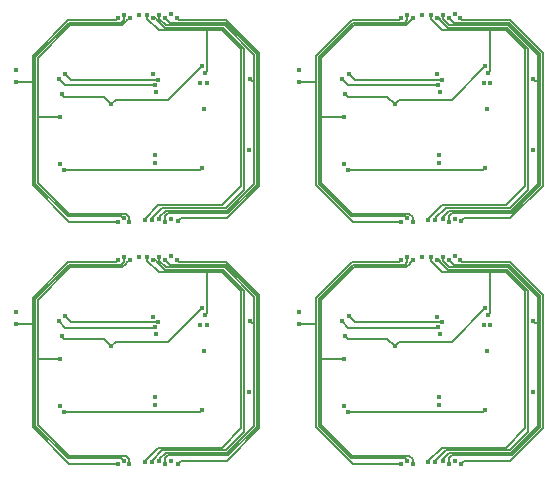
<source format=gbr>
%TF.GenerationSoftware,KiCad,Pcbnew,7.0.2-6a45011f42~172~ubuntu22.04.1*%
%TF.CreationDate,2023-05-19T13:44:39+01:00*%
%TF.ProjectId,panel,70616e65-6c2e-46b6-9963-61645f706362,rev?*%
%TF.SameCoordinates,Original*%
%TF.FileFunction,Copper,L3,Inr*%
%TF.FilePolarity,Positive*%
%FSLAX46Y46*%
G04 Gerber Fmt 4.6, Leading zero omitted, Abs format (unit mm)*
G04 Created by KiCad (PCBNEW 7.0.2-6a45011f42~172~ubuntu22.04.1) date 2023-05-19 13:44:39*
%MOMM*%
%LPD*%
G01*
G04 APERTURE LIST*
%TA.AperFunction,ViaPad*%
%ADD10C,0.400000*%
%TD*%
%TA.AperFunction,Conductor*%
%ADD11C,0.127000*%
%TD*%
G04 APERTURE END LIST*
D10*
%TO.N,Board_3-SCLK*%
X43250002Y-31760001D03*
X43130002Y-48840001D03*
%TO.N,Board_3-RESETB*%
X35360003Y-40150000D03*
X41250002Y-31750001D03*
X41227587Y-49009992D03*
%TO.N,Board_3-IN_ref*%
X43510002Y-38040001D03*
X43420002Y-43370001D03*
%TO.N,Board_3-IN5*%
X43350002Y-37480001D03*
X35220002Y-36960001D03*
%TO.N,Board_3-IN4*%
X35810002Y-36500001D03*
X43660002Y-36990001D03*
%TO.N,Board_3-IN3*%
X43260002Y-36560001D03*
%TO.N,Board_3-IN2*%
X47210002Y-37300001D03*
%TO.N,Board_3-IN1*%
X47790002Y-37310001D03*
%TO.N,Board_3-I2C_SDA*%
X31600003Y-37160000D03*
X40259932Y-49020245D03*
X40250002Y-31760001D03*
%TO.N,Board_3-I2C_SCL*%
X40740003Y-48750000D03*
X40739429Y-31510002D03*
%TO.N,Board_3-GND*%
X44750002Y-31430001D03*
X31590003Y-36140000D03*
X47510001Y-39500000D03*
X42020003Y-31520000D03*
X43420002Y-44040001D03*
X51380002Y-42960001D03*
X44750002Y-48784597D03*
X35360003Y-44100000D03*
%TO.N,Board_3-D_RDYB*%
X47341893Y-44488892D03*
X35690002Y-44640001D03*
%TO.N,Board_3-DOUT*%
X45250002Y-31760001D03*
X45340002Y-49000001D03*
%TO.N,Board_3-DIN*%
X44240002Y-49060001D03*
X44250002Y-31760001D03*
%TO.N,Board_3-AUX2*%
X43740002Y-48755223D03*
X43750002Y-31520001D03*
X51420002Y-36970001D03*
%TO.N,Board_3-AUX1*%
X42750002Y-31510001D03*
X42530002Y-48850001D03*
X47620002Y-36460001D03*
%TO.N,Board_3-+3.3V*%
X35500003Y-38230000D03*
X47370002Y-35840001D03*
X39692698Y-39068384D03*
%TO.N,Board_2-SCLK*%
X19130001Y-48840001D03*
X19250001Y-31760001D03*
%TO.N,Board_2-RESETB*%
X17227586Y-49009992D03*
X11360002Y-40150000D03*
X17250001Y-31750001D03*
%TO.N,Board_2-IN_ref*%
X19510001Y-38040001D03*
X19420001Y-43370001D03*
%TO.N,Board_2-IN5*%
X19350001Y-37480001D03*
X11220001Y-36960001D03*
%TO.N,Board_2-IN4*%
X11810001Y-36500001D03*
X19660001Y-36990001D03*
%TO.N,Board_2-IN3*%
X19260001Y-36560001D03*
%TO.N,Board_2-IN2*%
X23210001Y-37300001D03*
%TO.N,Board_2-IN1*%
X23790001Y-37310001D03*
%TO.N,Board_2-I2C_SDA*%
X7600002Y-37160000D03*
X16250001Y-31760001D03*
X16259931Y-49020245D03*
%TO.N,Board_2-I2C_SCL*%
X16739428Y-31510002D03*
X16740002Y-48750000D03*
%TO.N,Board_2-GND*%
X19420001Y-44040001D03*
X23510000Y-39500000D03*
X27380001Y-42960001D03*
X18020002Y-31520000D03*
X11360002Y-44100000D03*
X7590002Y-36140000D03*
X20750001Y-31430001D03*
X20750001Y-48784597D03*
%TO.N,Board_2-D_RDYB*%
X11690001Y-44640001D03*
X23341892Y-44488892D03*
%TO.N,Board_2-DOUT*%
X21340001Y-49000001D03*
X21250001Y-31760001D03*
%TO.N,Board_2-DIN*%
X20250001Y-31760001D03*
X20240001Y-49060001D03*
%TO.N,Board_2-AUX2*%
X19750001Y-31520001D03*
X27420001Y-36970001D03*
X19740001Y-48755223D03*
%TO.N,Board_2-AUX1*%
X18530001Y-48850001D03*
X18750001Y-31510001D03*
X23620001Y-36460001D03*
%TO.N,Board_2-+3.3V*%
X15692697Y-39068384D03*
X11500002Y-38230000D03*
X23370001Y-35840001D03*
%TO.N,Board_1-SCLK*%
X43250002Y-11260000D03*
X43130002Y-28340000D03*
%TO.N,Board_1-RESETB*%
X35360003Y-19649999D03*
X41227587Y-28509991D03*
X41250002Y-11250000D03*
%TO.N,Board_1-IN_ref*%
X43510002Y-17540000D03*
X43420002Y-22870000D03*
%TO.N,Board_1-IN5*%
X35220002Y-16460000D03*
X43350002Y-16980000D03*
%TO.N,Board_1-IN4*%
X35810002Y-16000000D03*
X43660002Y-16490000D03*
%TO.N,Board_1-IN3*%
X43260002Y-16060000D03*
%TO.N,Board_1-IN2*%
X47210002Y-16800000D03*
%TO.N,Board_1-IN1*%
X47790002Y-16810000D03*
%TO.N,Board_1-I2C_SDA*%
X31600003Y-16659999D03*
X40250002Y-11260000D03*
X40259932Y-28520244D03*
%TO.N,Board_1-I2C_SCL*%
X40739429Y-11010001D03*
X40740003Y-28249999D03*
%TO.N,Board_1-GND*%
X31590003Y-15639999D03*
X47510001Y-18999999D03*
X35360003Y-23599999D03*
X44750002Y-28284596D03*
X42020003Y-11019999D03*
X43420002Y-23540000D03*
X44750002Y-10930000D03*
X51380002Y-22460000D03*
%TO.N,Board_1-D_RDYB*%
X47341893Y-23988891D03*
X35690002Y-24140000D03*
%TO.N,Board_1-DOUT*%
X45340002Y-28500000D03*
X45250002Y-11260000D03*
%TO.N,Board_1-DIN*%
X44240002Y-28560000D03*
X44250002Y-11260000D03*
%TO.N,Board_1-AUX2*%
X43750002Y-11020000D03*
X43740002Y-28255222D03*
X51420002Y-16470000D03*
%TO.N,Board_1-AUX1*%
X47620002Y-15960000D03*
X42530002Y-28350000D03*
X42750002Y-11010000D03*
%TO.N,Board_1-+3.3V*%
X39692698Y-18568383D03*
X35500003Y-17729999D03*
X47370002Y-15340000D03*
%TO.N,Board_0-SCLK*%
X19130001Y-28340000D03*
X19250001Y-11260000D03*
%TO.N,Board_0-RESETB*%
X17250001Y-11250000D03*
X17227586Y-28509991D03*
X11360002Y-19649999D03*
%TO.N,Board_0-IN_ref*%
X19420001Y-22870000D03*
X19510001Y-17540000D03*
%TO.N,Board_0-IN5*%
X11220001Y-16460000D03*
X19350001Y-16980000D03*
%TO.N,Board_0-IN4*%
X19660001Y-16490000D03*
X11810001Y-16000000D03*
%TO.N,Board_0-IN3*%
X19260001Y-16060000D03*
%TO.N,Board_0-IN2*%
X23210001Y-16800000D03*
%TO.N,Board_0-IN1*%
X23790001Y-16810000D03*
%TO.N,Board_0-I2C_SDA*%
X16259931Y-28520244D03*
X7600002Y-16659999D03*
X16250001Y-11260000D03*
%TO.N,Board_0-I2C_SCL*%
X16739428Y-11010001D03*
X16740002Y-28249999D03*
%TO.N,Board_0-GND*%
X7590002Y-15639999D03*
X18020002Y-11019999D03*
X20750001Y-28284596D03*
X11360002Y-23599999D03*
X20750001Y-10930000D03*
X23510000Y-18999999D03*
X27380001Y-22460000D03*
X19420001Y-23540000D03*
%TO.N,Board_0-D_RDYB*%
X11690001Y-24140000D03*
X23341892Y-23988891D03*
%TO.N,Board_0-DOUT*%
X21340001Y-28500000D03*
X21250001Y-11260000D03*
%TO.N,Board_0-DIN*%
X20240001Y-28560000D03*
X20250001Y-11260000D03*
%TO.N,Board_0-AUX2*%
X27420001Y-16470000D03*
X19750001Y-11020000D03*
X19740001Y-28255222D03*
%TO.N,Board_0-AUX1*%
X18530001Y-28350000D03*
X23620001Y-15960000D03*
X18750001Y-11010000D03*
%TO.N,Board_0-+3.3V*%
X23370001Y-15340000D03*
X11500002Y-17729999D03*
X15692697Y-18568383D03*
%TD*%
D11*
%TO.N,Board_3-SCLK*%
X50942610Y-46272608D02*
X50942610Y-34363261D01*
X50942610Y-34363261D02*
X49186850Y-32607501D01*
X44014002Y-47866001D02*
X49413350Y-47866001D01*
X50950003Y-46280001D02*
X50942610Y-46272608D01*
X43130002Y-48750001D02*
X44014002Y-47866001D01*
X43533002Y-31887779D02*
X43405224Y-31760001D01*
X44205840Y-32607501D02*
X43533002Y-31934663D01*
X43405224Y-31760001D02*
X43250002Y-31760001D01*
X43533002Y-31934663D02*
X43533002Y-31887779D01*
X49413350Y-47866001D02*
X50950003Y-46329348D01*
X50950003Y-46329348D02*
X50950003Y-46280001D01*
X43130002Y-48840001D02*
X43130002Y-48750001D01*
X49186850Y-32607501D02*
X44205840Y-32607501D01*
%TO.N,Board_3-RESETB*%
X33474003Y-45740232D02*
X33474003Y-40154000D01*
X36070271Y-48336500D02*
X33474003Y-45740232D01*
X36233270Y-32390501D02*
X40632813Y-32390501D01*
X41227587Y-49009992D02*
X41227587Y-48652806D01*
X40956429Y-32043574D02*
X41250002Y-31750001D01*
X33474003Y-35149768D02*
X36233270Y-32390501D01*
X33478003Y-40150000D02*
X33474003Y-40154000D01*
X33474003Y-40154000D02*
X33474003Y-35149768D01*
X40911281Y-48336500D02*
X36070271Y-48336500D01*
X35360003Y-40150000D02*
X33478003Y-40150000D01*
X40632813Y-32390501D02*
X40956429Y-32066885D01*
X40956429Y-32066885D02*
X40956429Y-32043574D01*
X41227587Y-48652806D02*
X40911281Y-48336500D01*
%TO.N,Board_3-IN5*%
X35750002Y-37490001D02*
X35220002Y-36960001D01*
X43350002Y-37480001D02*
X43340002Y-37490001D01*
X43340002Y-37490001D02*
X35750002Y-37490001D01*
%TO.N,Board_3-IN4*%
X43660002Y-36990001D02*
X36300002Y-36990001D01*
X36300002Y-36990001D02*
X35810002Y-36500001D01*
%TO.N,Board_3-I2C_SDA*%
X40053502Y-31956501D02*
X40250002Y-31760001D01*
X36130004Y-49010001D02*
X33040003Y-45920000D01*
X31600003Y-37160000D02*
X33010003Y-37160000D01*
X33040003Y-45920000D02*
X33040003Y-37130000D01*
X33010003Y-37160000D02*
X33040003Y-37130000D01*
X33040003Y-34970000D02*
X36053502Y-31956501D01*
X36053502Y-31956501D02*
X40053502Y-31956501D01*
X40259932Y-49020245D02*
X40249688Y-49010001D01*
X33040003Y-37130000D02*
X33040003Y-34970000D01*
X40249688Y-49010001D02*
X36130004Y-49010001D01*
%TO.N,Board_3-I2C_SCL*%
X35986887Y-48560000D02*
X40550003Y-48560000D01*
X40739429Y-31977001D02*
X40542929Y-32173501D01*
X33257003Y-45830116D02*
X35986887Y-48560000D01*
X40739429Y-31510002D02*
X40739429Y-31977001D01*
X33257003Y-35059884D02*
X33257003Y-45830116D01*
X36143386Y-32173501D02*
X33257003Y-35059884D01*
X40550003Y-48560000D02*
X40740003Y-48750000D01*
X40542929Y-32173501D02*
X36143386Y-32173501D01*
%TO.N,Board_3-D_RDYB*%
X47341893Y-44488892D02*
X47190784Y-44640001D01*
X47190784Y-44640001D02*
X35690002Y-44640001D01*
%TO.N,Board_3-DOUT*%
X49468942Y-48751061D02*
X52227502Y-45992501D01*
X45416502Y-31926501D02*
X45250002Y-31760001D01*
X49426502Y-31926501D02*
X45416502Y-31926501D01*
X45340002Y-49000001D02*
X45588942Y-48751061D01*
X45588942Y-48751061D02*
X49468942Y-48751061D01*
X52227502Y-45992501D02*
X52227502Y-34727501D01*
X52227502Y-34727501D02*
X49426502Y-31926501D01*
%TO.N,Board_3-DIN*%
X49593118Y-48300001D02*
X52010502Y-45882617D01*
X44502108Y-48300001D02*
X49593118Y-48300001D01*
X44663502Y-32173501D02*
X44250002Y-31760001D01*
X52010502Y-34817385D02*
X49366618Y-32173501D01*
X52010502Y-45882617D02*
X52010502Y-34817385D01*
X44240002Y-49060001D02*
X44240002Y-48562107D01*
X49366618Y-32173501D02*
X44663502Y-32173501D01*
X44240002Y-48562107D02*
X44502108Y-48300001D01*
%TO.N,Board_3-AUX2*%
X49276734Y-32390501D02*
X44295724Y-32390501D01*
X44287002Y-48083001D02*
X49503234Y-48083001D01*
X51793502Y-37140001D02*
X51590002Y-37140001D01*
X51793502Y-34907269D02*
X49276734Y-32390501D01*
X43740002Y-48630001D02*
X44287002Y-48083001D01*
X49503234Y-48083001D02*
X51793502Y-45792733D01*
X51793502Y-37140001D02*
X51793502Y-34907269D01*
X51793502Y-45792733D02*
X51793502Y-37140001D01*
X43750002Y-31844779D02*
X43750002Y-31520001D01*
X43740002Y-48755223D02*
X43740002Y-48630001D01*
X51590002Y-37140001D02*
X51420002Y-36970001D01*
X44295724Y-32390501D02*
X43750002Y-31844779D01*
%TO.N,Board_3-AUX1*%
X49096966Y-32824501D02*
X50695002Y-34422537D01*
X47784502Y-32824501D02*
X49096966Y-32824501D01*
X50695002Y-46025001D02*
X49071002Y-47649001D01*
X42750002Y-31844779D02*
X43729724Y-32824501D01*
X49071002Y-47649001D02*
X43651002Y-47649001D01*
X42750002Y-31510001D02*
X42750002Y-31844779D01*
X47620002Y-36460001D02*
X47784502Y-36295501D01*
X43651002Y-47649001D02*
X42530002Y-48770001D01*
X42530002Y-48770001D02*
X42530002Y-48850001D01*
X50695002Y-34422537D02*
X50695002Y-46025001D01*
X43729724Y-32824501D02*
X47784502Y-32824501D01*
X47784502Y-36295501D02*
X47784502Y-32824501D01*
%TO.N,Board_3-+3.3V*%
X40051081Y-38710001D02*
X44500002Y-38710001D01*
X39074315Y-38450001D02*
X35720004Y-38450001D01*
X39692698Y-39068384D02*
X39074315Y-38450001D01*
X44500002Y-38710001D02*
X47370002Y-35840001D01*
X39692698Y-39068384D02*
X40051081Y-38710001D01*
X35720004Y-38450001D02*
X35500003Y-38230000D01*
%TO.N,Board_2-SCLK*%
X19405223Y-31760001D02*
X19250001Y-31760001D01*
X25413349Y-47866001D02*
X26950002Y-46329348D01*
X20205839Y-32607501D02*
X19533001Y-31934663D01*
X19533001Y-31934663D02*
X19533001Y-31887779D01*
X19130001Y-48840001D02*
X19130001Y-48750001D01*
X26950002Y-46280001D02*
X26942609Y-46272608D01*
X26950002Y-46329348D02*
X26950002Y-46280001D01*
X19533001Y-31887779D02*
X19405223Y-31760001D01*
X25186849Y-32607501D02*
X20205839Y-32607501D01*
X26942609Y-46272608D02*
X26942609Y-34363261D01*
X19130001Y-48750001D02*
X20014001Y-47866001D01*
X20014001Y-47866001D02*
X25413349Y-47866001D01*
X26942609Y-34363261D02*
X25186849Y-32607501D01*
%TO.N,Board_2-RESETB*%
X12233269Y-32390501D02*
X16632812Y-32390501D01*
X9474002Y-40154000D02*
X9474002Y-35149768D01*
X16956428Y-32066885D02*
X16956428Y-32043574D01*
X17227586Y-48652806D02*
X16911280Y-48336500D01*
X16956428Y-32043574D02*
X17250001Y-31750001D01*
X9474002Y-45740232D02*
X9474002Y-40154000D01*
X12070270Y-48336500D02*
X9474002Y-45740232D01*
X16911280Y-48336500D02*
X12070270Y-48336500D01*
X11360002Y-40150000D02*
X9478002Y-40150000D01*
X9478002Y-40150000D02*
X9474002Y-40154000D01*
X9474002Y-35149768D02*
X12233269Y-32390501D01*
X17227586Y-49009992D02*
X17227586Y-48652806D01*
X16632812Y-32390501D02*
X16956428Y-32066885D01*
%TO.N,Board_2-IN5*%
X19340001Y-37490001D02*
X11750001Y-37490001D01*
X11750001Y-37490001D02*
X11220001Y-36960001D01*
X19350001Y-37480001D02*
X19340001Y-37490001D01*
%TO.N,Board_2-IN4*%
X19660001Y-36990001D02*
X12300001Y-36990001D01*
X12300001Y-36990001D02*
X11810001Y-36500001D01*
%TO.N,Board_2-I2C_SDA*%
X9010002Y-37160000D02*
X9040002Y-37130000D01*
X12130003Y-49010001D02*
X9040002Y-45920000D01*
X9040002Y-37130000D02*
X9040002Y-34970000D01*
X9040002Y-34970000D02*
X12053501Y-31956501D01*
X16249687Y-49010001D02*
X12130003Y-49010001D01*
X9040002Y-45920000D02*
X9040002Y-37130000D01*
X16053501Y-31956501D02*
X16250001Y-31760001D01*
X7600002Y-37160000D02*
X9010002Y-37160000D01*
X16259931Y-49020245D02*
X16249687Y-49010001D01*
X12053501Y-31956501D02*
X16053501Y-31956501D01*
%TO.N,Board_2-I2C_SCL*%
X12143385Y-32173501D02*
X9257002Y-35059884D01*
X16739428Y-31510002D02*
X16739428Y-31977001D01*
X16542928Y-32173501D02*
X12143385Y-32173501D01*
X16739428Y-31977001D02*
X16542928Y-32173501D01*
X9257002Y-35059884D02*
X9257002Y-45830116D01*
X9257002Y-45830116D02*
X11986886Y-48560000D01*
X16550002Y-48560000D02*
X16740002Y-48750000D01*
X11986886Y-48560000D02*
X16550002Y-48560000D01*
%TO.N,Board_2-D_RDYB*%
X23341892Y-44488892D02*
X23190783Y-44640001D01*
X23190783Y-44640001D02*
X11690001Y-44640001D01*
%TO.N,Board_2-DOUT*%
X21340001Y-49000001D02*
X21588941Y-48751061D01*
X21588941Y-48751061D02*
X25468941Y-48751061D01*
X28227501Y-45992501D02*
X28227501Y-34727501D01*
X21416501Y-31926501D02*
X21250001Y-31760001D01*
X25426501Y-31926501D02*
X21416501Y-31926501D01*
X28227501Y-34727501D02*
X25426501Y-31926501D01*
X25468941Y-48751061D02*
X28227501Y-45992501D01*
%TO.N,Board_2-DIN*%
X20663501Y-32173501D02*
X20250001Y-31760001D01*
X25593117Y-48300001D02*
X28010501Y-45882617D01*
X28010501Y-45882617D02*
X28010501Y-34817385D01*
X20502107Y-48300001D02*
X25593117Y-48300001D01*
X20240001Y-48562107D02*
X20502107Y-48300001D01*
X28010501Y-34817385D02*
X25366617Y-32173501D01*
X20240001Y-49060001D02*
X20240001Y-48562107D01*
X25366617Y-32173501D02*
X20663501Y-32173501D01*
%TO.N,Board_2-AUX2*%
X19740001Y-48630001D02*
X20287001Y-48083001D01*
X19750001Y-31844779D02*
X19750001Y-31520001D01*
X27793501Y-45792733D02*
X27793501Y-37140001D01*
X25503233Y-48083001D02*
X27793501Y-45792733D01*
X27793501Y-37140001D02*
X27590001Y-37140001D01*
X20295723Y-32390501D02*
X19750001Y-31844779D01*
X19740001Y-48755223D02*
X19740001Y-48630001D01*
X20287001Y-48083001D02*
X25503233Y-48083001D01*
X27793501Y-34907269D02*
X25276733Y-32390501D01*
X27590001Y-37140001D02*
X27420001Y-36970001D01*
X25276733Y-32390501D02*
X20295723Y-32390501D01*
X27793501Y-37140001D02*
X27793501Y-34907269D01*
%TO.N,Board_2-AUX1*%
X23784501Y-32824501D02*
X25096965Y-32824501D01*
X19729723Y-32824501D02*
X23784501Y-32824501D01*
X23620001Y-36460001D02*
X23784501Y-36295501D01*
X26695001Y-46025001D02*
X25071001Y-47649001D01*
X23784501Y-36295501D02*
X23784501Y-32824501D01*
X18530001Y-48770001D02*
X18530001Y-48850001D01*
X18750001Y-31510001D02*
X18750001Y-31844779D01*
X26695001Y-34422537D02*
X26695001Y-46025001D01*
X25071001Y-47649001D02*
X19651001Y-47649001D01*
X25096965Y-32824501D02*
X26695001Y-34422537D01*
X19651001Y-47649001D02*
X18530001Y-48770001D01*
X18750001Y-31844779D02*
X19729723Y-32824501D01*
%TO.N,Board_2-+3.3V*%
X16051080Y-38710001D02*
X20500001Y-38710001D01*
X20500001Y-38710001D02*
X23370001Y-35840001D01*
X11720003Y-38450001D02*
X11500002Y-38230000D01*
X15692697Y-39068384D02*
X16051080Y-38710001D01*
X15074314Y-38450001D02*
X11720003Y-38450001D01*
X15692697Y-39068384D02*
X15074314Y-38450001D01*
%TO.N,Board_1-SCLK*%
X43533002Y-11434662D02*
X43533002Y-11387778D01*
X43533002Y-11387778D02*
X43405224Y-11260000D01*
X50950003Y-25780000D02*
X50942610Y-25772607D01*
X43130002Y-28340000D02*
X43130002Y-28250000D01*
X50942610Y-13863260D02*
X49186850Y-12107500D01*
X44205840Y-12107500D02*
X43533002Y-11434662D01*
X44014002Y-27366000D02*
X49413350Y-27366000D01*
X50942610Y-25772607D02*
X50942610Y-13863260D01*
X50950003Y-25829347D02*
X50950003Y-25780000D01*
X49186850Y-12107500D02*
X44205840Y-12107500D01*
X49413350Y-27366000D02*
X50950003Y-25829347D01*
X43130002Y-28250000D02*
X44014002Y-27366000D01*
X43405224Y-11260000D02*
X43250002Y-11260000D01*
%TO.N,Board_1-RESETB*%
X33474003Y-25240231D02*
X33474003Y-19653999D01*
X40956429Y-11566884D02*
X40956429Y-11543573D01*
X40632813Y-11890500D02*
X40956429Y-11566884D01*
X35360003Y-19649999D02*
X33478003Y-19649999D01*
X41227587Y-28509991D02*
X41227587Y-28152805D01*
X33474003Y-14649767D02*
X36233270Y-11890500D01*
X40956429Y-11543573D02*
X41250002Y-11250000D01*
X36070271Y-27836499D02*
X33474003Y-25240231D01*
X40911281Y-27836499D02*
X36070271Y-27836499D01*
X33478003Y-19649999D02*
X33474003Y-19653999D01*
X33474003Y-19653999D02*
X33474003Y-14649767D01*
X41227587Y-28152805D02*
X40911281Y-27836499D01*
X36233270Y-11890500D02*
X40632813Y-11890500D01*
%TO.N,Board_1-IN5*%
X43350002Y-16980000D02*
X43340002Y-16990000D01*
X43340002Y-16990000D02*
X35750002Y-16990000D01*
X35750002Y-16990000D02*
X35220002Y-16460000D01*
%TO.N,Board_1-IN4*%
X36300002Y-16490000D02*
X35810002Y-16000000D01*
X43660002Y-16490000D02*
X36300002Y-16490000D01*
%TO.N,Board_1-I2C_SDA*%
X36053502Y-11456500D02*
X40053502Y-11456500D01*
X33040003Y-16629999D02*
X33040003Y-14469999D01*
X36130004Y-28510000D02*
X33040003Y-25419999D01*
X40053502Y-11456500D02*
X40250002Y-11260000D01*
X33010003Y-16659999D02*
X33040003Y-16629999D01*
X33040003Y-14469999D02*
X36053502Y-11456500D01*
X31600003Y-16659999D02*
X33010003Y-16659999D01*
X33040003Y-25419999D02*
X33040003Y-16629999D01*
X40259932Y-28520244D02*
X40249688Y-28510000D01*
X40249688Y-28510000D02*
X36130004Y-28510000D01*
%TO.N,Board_1-I2C_SCL*%
X36143386Y-11673500D02*
X33257003Y-14559883D01*
X40739429Y-11477000D02*
X40542929Y-11673500D01*
X40739429Y-11010001D02*
X40739429Y-11477000D01*
X40550003Y-28059999D02*
X40740003Y-28249999D01*
X33257003Y-25330115D02*
X35986887Y-28059999D01*
X33257003Y-14559883D02*
X33257003Y-25330115D01*
X35986887Y-28059999D02*
X40550003Y-28059999D01*
X40542929Y-11673500D02*
X36143386Y-11673500D01*
%TO.N,Board_1-D_RDYB*%
X47190784Y-24140000D02*
X35690002Y-24140000D01*
X47341893Y-23988891D02*
X47190784Y-24140000D01*
%TO.N,Board_1-DOUT*%
X52227502Y-25492500D02*
X52227502Y-14227500D01*
X45340002Y-28500000D02*
X45588942Y-28251060D01*
X49468942Y-28251060D02*
X52227502Y-25492500D01*
X52227502Y-14227500D02*
X49426502Y-11426500D01*
X49426502Y-11426500D02*
X45416502Y-11426500D01*
X45588942Y-28251060D02*
X49468942Y-28251060D01*
X45416502Y-11426500D02*
X45250002Y-11260000D01*
%TO.N,Board_1-DIN*%
X49366618Y-11673500D02*
X44663502Y-11673500D01*
X52010502Y-25382616D02*
X52010502Y-14317384D01*
X44240002Y-28062106D02*
X44502108Y-27800000D01*
X44502108Y-27800000D02*
X49593118Y-27800000D01*
X44240002Y-28560000D02*
X44240002Y-28062106D01*
X49593118Y-27800000D02*
X52010502Y-25382616D01*
X52010502Y-14317384D02*
X49366618Y-11673500D01*
X44663502Y-11673500D02*
X44250002Y-11260000D01*
%TO.N,Board_1-AUX2*%
X51793502Y-16640000D02*
X51793502Y-14407268D01*
X51590002Y-16640000D02*
X51420002Y-16470000D01*
X43740002Y-28130000D02*
X44287002Y-27583000D01*
X49503234Y-27583000D02*
X51793502Y-25292732D01*
X49276734Y-11890500D02*
X44295724Y-11890500D01*
X44295724Y-11890500D02*
X43750002Y-11344778D01*
X51793502Y-25292732D02*
X51793502Y-16640000D01*
X44287002Y-27583000D02*
X49503234Y-27583000D01*
X51793502Y-14407268D02*
X49276734Y-11890500D01*
X43750002Y-11344778D02*
X43750002Y-11020000D01*
X43740002Y-28255222D02*
X43740002Y-28130000D01*
X51793502Y-16640000D02*
X51590002Y-16640000D01*
%TO.N,Board_1-AUX1*%
X50695002Y-25525000D02*
X49071002Y-27149000D01*
X42530002Y-28270000D02*
X42530002Y-28350000D01*
X49071002Y-27149000D02*
X43651002Y-27149000D01*
X47620002Y-15960000D02*
X47784502Y-15795500D01*
X42750002Y-11010000D02*
X42750002Y-11344778D01*
X43651002Y-27149000D02*
X42530002Y-28270000D01*
X47784502Y-15795500D02*
X47784502Y-12324500D01*
X42750002Y-11344778D02*
X43729724Y-12324500D01*
X43729724Y-12324500D02*
X47784502Y-12324500D01*
X47784502Y-12324500D02*
X49096966Y-12324500D01*
X49096966Y-12324500D02*
X50695002Y-13922536D01*
X50695002Y-13922536D02*
X50695002Y-25525000D01*
%TO.N,Board_1-+3.3V*%
X35720004Y-17950000D02*
X35500003Y-17729999D01*
X39692698Y-18568383D02*
X40051081Y-18210000D01*
X44500002Y-18210000D02*
X47370002Y-15340000D01*
X39074315Y-17950000D02*
X35720004Y-17950000D01*
X40051081Y-18210000D02*
X44500002Y-18210000D01*
X39692698Y-18568383D02*
X39074315Y-17950000D01*
%TO.N,Board_0-SCLK*%
X19533001Y-11387778D02*
X19405223Y-11260000D01*
X26950002Y-25829347D02*
X26950002Y-25780000D01*
X20014001Y-27366000D02*
X25413349Y-27366000D01*
X25186849Y-12107500D02*
X20205839Y-12107500D01*
X19533001Y-11434662D02*
X19533001Y-11387778D01*
X26942609Y-25772607D02*
X26942609Y-13863260D01*
X26950002Y-25780000D02*
X26942609Y-25772607D01*
X26942609Y-13863260D02*
X25186849Y-12107500D01*
X19130001Y-28250000D02*
X20014001Y-27366000D01*
X20205839Y-12107500D02*
X19533001Y-11434662D01*
X19130001Y-28340000D02*
X19130001Y-28250000D01*
X25413349Y-27366000D02*
X26950002Y-25829347D01*
X19405223Y-11260000D02*
X19250001Y-11260000D01*
%TO.N,Board_0-RESETB*%
X17227586Y-28152805D02*
X16911280Y-27836499D01*
X16956428Y-11566884D02*
X16956428Y-11543573D01*
X11360002Y-19649999D02*
X9478002Y-19649999D01*
X17227586Y-28509991D02*
X17227586Y-28152805D01*
X16632812Y-11890500D02*
X16956428Y-11566884D01*
X9478002Y-19649999D02*
X9474002Y-19653999D01*
X9474002Y-25240231D02*
X9474002Y-19653999D01*
X9474002Y-19653999D02*
X9474002Y-14649767D01*
X16911280Y-27836499D02*
X12070270Y-27836499D01*
X12233269Y-11890500D02*
X16632812Y-11890500D01*
X16956428Y-11543573D02*
X17250001Y-11250000D01*
X12070270Y-27836499D02*
X9474002Y-25240231D01*
X9474002Y-14649767D02*
X12233269Y-11890500D01*
%TO.N,Board_0-IN5*%
X11750001Y-16990000D02*
X11220001Y-16460000D01*
X19340001Y-16990000D02*
X11750001Y-16990000D01*
X19350001Y-16980000D02*
X19340001Y-16990000D01*
%TO.N,Board_0-IN4*%
X19660001Y-16490000D02*
X12300001Y-16490000D01*
X12300001Y-16490000D02*
X11810001Y-16000000D01*
%TO.N,Board_0-I2C_SDA*%
X12053501Y-11456500D02*
X16053501Y-11456500D01*
X9040002Y-16629999D02*
X9040002Y-14469999D01*
X16259931Y-28520244D02*
X16249687Y-28510000D01*
X9040002Y-25419999D02*
X9040002Y-16629999D01*
X9040002Y-14469999D02*
X12053501Y-11456500D01*
X16053501Y-11456500D02*
X16250001Y-11260000D01*
X16249687Y-28510000D02*
X12130003Y-28510000D01*
X7600002Y-16659999D02*
X9010002Y-16659999D01*
X9010002Y-16659999D02*
X9040002Y-16629999D01*
X12130003Y-28510000D02*
X9040002Y-25419999D01*
%TO.N,Board_0-I2C_SCL*%
X16739428Y-11477000D02*
X16542928Y-11673500D01*
X16739428Y-11010001D02*
X16739428Y-11477000D01*
X11986886Y-28059999D02*
X16550002Y-28059999D01*
X9257002Y-25330115D02*
X11986886Y-28059999D01*
X9257002Y-14559883D02*
X9257002Y-25330115D01*
X16550002Y-28059999D02*
X16740002Y-28249999D01*
X16542928Y-11673500D02*
X12143385Y-11673500D01*
X12143385Y-11673500D02*
X9257002Y-14559883D01*
%TO.N,Board_0-D_RDYB*%
X23341892Y-23988891D02*
X23190783Y-24140000D01*
X23190783Y-24140000D02*
X11690001Y-24140000D01*
%TO.N,Board_0-DOUT*%
X25468941Y-28251060D02*
X28227501Y-25492500D01*
X28227501Y-25492500D02*
X28227501Y-14227500D01*
X21340001Y-28500000D02*
X21588941Y-28251060D01*
X21416501Y-11426500D02*
X21250001Y-11260000D01*
X25426501Y-11426500D02*
X21416501Y-11426500D01*
X28227501Y-14227500D02*
X25426501Y-11426500D01*
X21588941Y-28251060D02*
X25468941Y-28251060D01*
%TO.N,Board_0-DIN*%
X20663501Y-11673500D02*
X20250001Y-11260000D01*
X25366617Y-11673500D02*
X20663501Y-11673500D01*
X25593117Y-27800000D02*
X28010501Y-25382616D01*
X28010501Y-25382616D02*
X28010501Y-14317384D01*
X20240001Y-28062106D02*
X20502107Y-27800000D01*
X20502107Y-27800000D02*
X25593117Y-27800000D01*
X28010501Y-14317384D02*
X25366617Y-11673500D01*
X20240001Y-28560000D02*
X20240001Y-28062106D01*
%TO.N,Board_0-AUX2*%
X25276733Y-11890500D02*
X20295723Y-11890500D01*
X25503233Y-27583000D02*
X27793501Y-25292732D01*
X27793501Y-16640000D02*
X27590001Y-16640000D01*
X19740001Y-28255222D02*
X19740001Y-28130000D01*
X20295723Y-11890500D02*
X19750001Y-11344778D01*
X19750001Y-11344778D02*
X19750001Y-11020000D01*
X27793501Y-14407268D02*
X25276733Y-11890500D01*
X19740001Y-28130000D02*
X20287001Y-27583000D01*
X27793501Y-16640000D02*
X27793501Y-14407268D01*
X27793501Y-25292732D02*
X27793501Y-16640000D01*
X27590001Y-16640000D02*
X27420001Y-16470000D01*
X20287001Y-27583000D02*
X25503233Y-27583000D01*
%TO.N,Board_0-AUX1*%
X26695001Y-13922536D02*
X26695001Y-25525000D01*
X18530001Y-28270000D02*
X18530001Y-28350000D01*
X25071001Y-27149000D02*
X19651001Y-27149000D01*
X26695001Y-25525000D02*
X25071001Y-27149000D01*
X18750001Y-11344778D02*
X19729723Y-12324500D01*
X23620001Y-15960000D02*
X23784501Y-15795500D01*
X23784501Y-15795500D02*
X23784501Y-12324500D01*
X19651001Y-27149000D02*
X18530001Y-28270000D01*
X25096965Y-12324500D02*
X26695001Y-13922536D01*
X18750001Y-11010000D02*
X18750001Y-11344778D01*
X19729723Y-12324500D02*
X23784501Y-12324500D01*
X23784501Y-12324500D02*
X25096965Y-12324500D01*
%TO.N,Board_0-+3.3V*%
X15074314Y-17950000D02*
X11720003Y-17950000D01*
X20500001Y-18210000D02*
X23370001Y-15340000D01*
X11720003Y-17950000D02*
X11500002Y-17729999D01*
X16051080Y-18210000D02*
X20500001Y-18210000D01*
X15692697Y-18568383D02*
X15074314Y-17950000D01*
X15692697Y-18568383D02*
X16051080Y-18210000D01*
%TD*%
M02*

</source>
